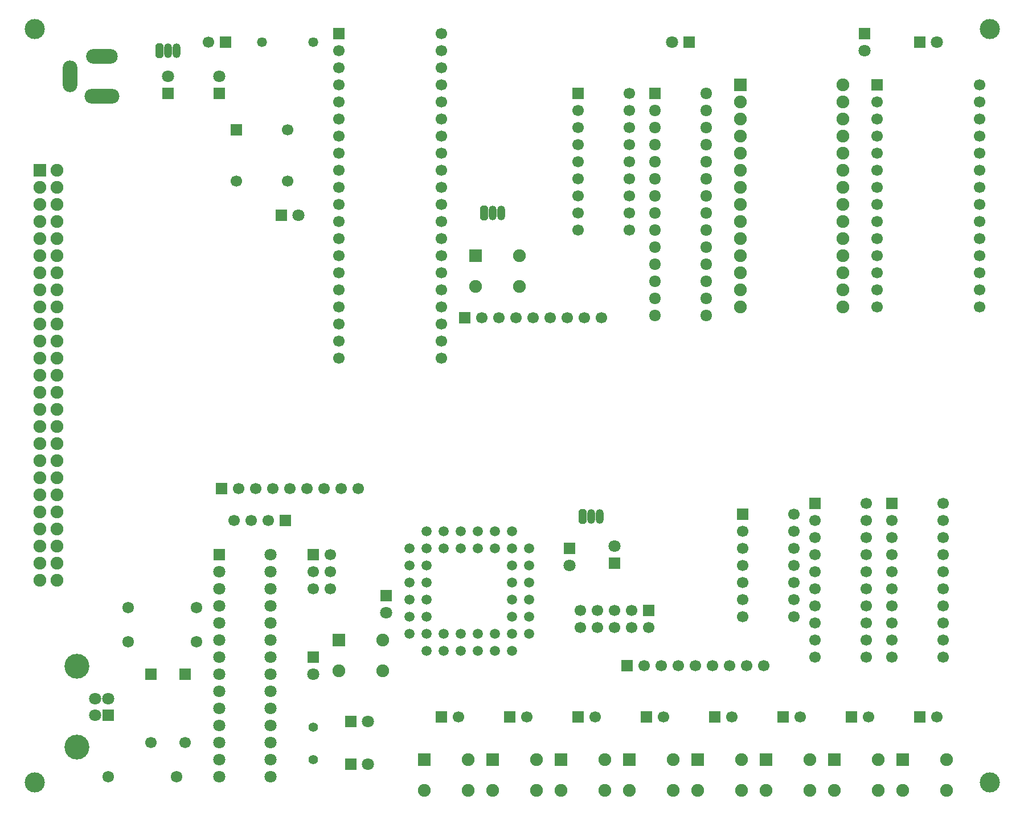
<source format=gbr>
G04 DipTrace 3.2.0.1*
G04 BottomMask.gbr*
%MOMM*%
G04 #@! TF.FileFunction,Soldermask,Bot*
G04 #@! TF.Part,Single*
%AMOUTLINE1*
4,1,8,
-0.6,-0.79142,
-0.29142,-1.1,
0.29142,-1.1,
0.6,-0.79142,
0.6,0.79142,
0.29142,1.1,
-0.29142,1.1,
-0.6,0.79142,
-0.6,-0.79142,
0*%
%ADD26R,1.7X1.7*%
%ADD27C,1.7*%
%ADD28C,1.5*%
%ADD38C,3.0*%
%ADD53C,1.4192*%
%ADD55O,1.8X1.7*%
%ADD57O,1.2X2.2*%
%ADD59C,1.724*%
%ADD61C,1.724*%
%ADD63C,1.47*%
%ADD65C,1.47*%
%ADD67C,1.7*%
%ADD68C,1.9*%
%ADD69R,1.9X1.9*%
%ADD70C,3.7*%
%ADD72C,1.8*%
%ADD74O,2.2X4.7*%
%ADD76O,5.2X2.2*%
%ADD78O,4.7X2.2*%
%ADD82C,1.8*%
%ADD84R,1.8X1.8*%
%ADD91OUTLINE1*%
%FSLAX35Y35*%
G04*
G71*
G90*
G75*
G01*
G04 BotMask*
%LPD*%
D84*
X3359000Y11668000D3*
D82*
Y11922000D3*
D84*
X4121000Y11668000D3*
D82*
Y11922000D3*
D84*
X9994750Y4683000D3*
D82*
Y4937000D3*
X5295750Y9858250D3*
D84*
X5041750D3*
D82*
X14789000Y12430000D3*
D84*
X14535000D3*
D82*
X13709500Y12303000D3*
D84*
Y12557000D3*
D82*
X10852000Y12430000D3*
D84*
X11106000D3*
D82*
X5518000Y3032000D3*
D84*
Y3286000D3*
D82*
X9328000Y4651250D3*
D84*
Y4905250D3*
D82*
X6597500Y3952750D3*
D84*
Y4206750D3*
D82*
X6326000Y2332000D3*
D84*
X6072000D3*
D82*
X6326000Y1697000D3*
D84*
X6072000D3*
D27*
X7677000Y2397000D3*
D26*
X7423000D3*
D27*
X8693000D3*
D26*
X8439000D3*
D27*
X9709000D3*
D26*
X9455000D3*
D27*
X10725000D3*
D26*
X10471000D3*
D27*
X11741000D3*
D26*
X11487000D3*
D27*
X12757000D3*
D26*
X12503000D3*
D27*
X13773000D3*
D26*
X13519000D3*
D27*
X14789000D3*
D26*
X14535000D3*
D27*
X3962250Y12430000D3*
D26*
X4216250D3*
X3613000Y3032000D3*
D27*
Y2022000D3*
D26*
X3105000Y3032000D3*
D27*
Y2022000D3*
D38*
X1373000Y12626000D3*
X15573000D3*
X1373000Y1426000D3*
X15573000D3*
D26*
X10502750Y3984500D3*
D27*
Y3730500D3*
X10248750Y3984500D3*
Y3730500D3*
X9994750Y3984500D3*
Y3730500D3*
X9740750Y3984500D3*
Y3730500D3*
X9486750Y3984500D3*
Y3730500D3*
D78*
X2373000Y12226000D3*
D76*
Y11626000D3*
D74*
X1903000Y11926000D3*
D26*
X5105250Y5318000D3*
D27*
X4851250D3*
X4597250D3*
X4343250D3*
D26*
X5518000Y4810000D3*
D27*
X5772000D3*
X5518000Y4556000D3*
X5772000D3*
X5518000Y4302000D3*
X5772000D3*
D84*
X2473000Y2426000D3*
D72*
Y2676000D3*
X2273000D3*
Y2426000D3*
D70*
X2002000Y3153000D3*
Y1949000D3*
D69*
X1454000Y10525000D3*
D68*
X1708000D3*
X1454000Y10271000D3*
X1708000D3*
X1454000Y10017000D3*
X1708000D3*
X1454000Y9763000D3*
X1708000D3*
X1454000Y9509000D3*
X1708000D3*
X1454000Y9255000D3*
X1708000D3*
X1454000Y9001000D3*
X1708000D3*
X1454000Y8747000D3*
X1708000D3*
X1454000Y8493000D3*
X1708000D3*
X1454000Y8239000D3*
X1708000D3*
X1454000Y7985000D3*
X1708000D3*
X1454000Y7731000D3*
X1708000D3*
X1454000Y7477000D3*
X1708000D3*
X1454000Y7223000D3*
X1708000D3*
X1454000Y6969000D3*
X1708000D3*
X1454000Y6715000D3*
X1708000D3*
X1454000Y6461000D3*
X1708000D3*
X1454000Y6207000D3*
X1708000D3*
X1454000Y5953000D3*
X1708000D3*
X1454000Y5699000D3*
X1708000D3*
X1454000Y5445000D3*
X1708000D3*
X1454000Y5191000D3*
X1708000D3*
X1454000Y4937000D3*
X1708000D3*
X1454000Y4683000D3*
X1708000D3*
X1454000Y4429000D3*
X1708000D3*
D26*
X7772250Y8334250D3*
D67*
X8026250D3*
X8280250D3*
X8534250D3*
X8788250D3*
X9042250D3*
X9296250D3*
X9550250D3*
X9804250D3*
D26*
X10185250Y3159000D3*
D67*
X10439250D3*
X10693250D3*
X10947250D3*
X11201250D3*
X11455250D3*
X11709250D3*
X11963250D3*
X12217250D3*
D65*
X4756000Y12430000D3*
D63*
X5518000D3*
D26*
X4152750Y5794250D3*
D67*
X4406750D3*
X4660750D3*
X4914750D3*
X5168750D3*
X5422750D3*
X5676750D3*
X5930750D3*
X6184750D3*
D61*
X2470000Y1508000D3*
D59*
X3486000D3*
D61*
X3780000Y4027000D3*
D59*
X2764000D3*
D61*
X3780000Y3519000D3*
D59*
X2764000D3*
D69*
X7931000Y9255000D3*
D68*
Y8805000D3*
X8581000D3*
Y9255000D3*
D69*
X7169000Y1762000D3*
D68*
Y1312000D3*
X7819000D3*
Y1762000D3*
D69*
X8185000D3*
D68*
Y1312000D3*
X8835000D3*
Y1762000D3*
D69*
X9201000D3*
D68*
Y1312000D3*
X9851000D3*
Y1762000D3*
D69*
X10217000D3*
D68*
Y1312000D3*
X10867000D3*
Y1762000D3*
D69*
X11233000D3*
D68*
Y1312000D3*
X11883000D3*
Y1762000D3*
D69*
X12249000D3*
D68*
Y1312000D3*
X12899000D3*
Y1762000D3*
D69*
X13265000D3*
D68*
Y1312000D3*
X13915000D3*
Y1762000D3*
D69*
X14281000D3*
D68*
Y1312000D3*
X14931000D3*
Y1762000D3*
D69*
X5899000Y3540000D3*
D68*
Y3090000D3*
X6549000D3*
Y3540000D3*
D26*
X5899000Y12557000D3*
D27*
Y12303000D3*
Y12049000D3*
Y11795000D3*
Y11541000D3*
Y11287000D3*
Y11033000D3*
Y10779000D3*
Y10525000D3*
Y10271000D3*
Y10017000D3*
Y9763000D3*
Y9509000D3*
Y9255000D3*
Y9001000D3*
Y8747000D3*
Y8493000D3*
Y8239000D3*
Y7985000D3*
Y7731000D3*
X7423000D3*
Y7985000D3*
Y8239000D3*
Y8493000D3*
Y8747000D3*
Y9001000D3*
Y9255000D3*
Y9509000D3*
Y9763000D3*
Y10017000D3*
Y10271000D3*
Y10525000D3*
Y10779000D3*
Y11033000D3*
Y11287000D3*
Y11541000D3*
Y11795000D3*
Y12049000D3*
Y12303000D3*
Y12557000D3*
D91*
X8058000Y9890000D3*
D57*
X8185000D3*
X8312000D3*
D26*
X11899750Y5413250D3*
D27*
Y5159250D3*
Y4905250D3*
Y4651250D3*
Y4397250D3*
Y4143250D3*
Y3889250D3*
X12661750D3*
Y4143250D3*
Y4397250D3*
Y4651250D3*
Y4905250D3*
Y5159250D3*
Y5413250D3*
D26*
X12979250Y5572000D3*
D27*
Y5318000D3*
Y5064000D3*
Y4810000D3*
Y4555997D3*
Y4301997D3*
Y4048000D3*
Y3793997D3*
Y3539997D3*
Y3286000D3*
X13741250Y5571997D3*
Y5317997D3*
Y5063997D3*
Y4810000D3*
Y4555997D3*
Y4301997D3*
Y4048000D3*
Y3793997D3*
Y3539997D3*
Y3286000D3*
D26*
X14122250Y5572000D3*
D27*
Y5318000D3*
Y5064000D3*
Y4810000D3*
Y4555997D3*
Y4301997D3*
Y4048000D3*
Y3793997D3*
Y3539997D3*
Y3286000D3*
X14884250Y5571997D3*
Y5317997D3*
Y5063997D3*
Y4810000D3*
Y4555997D3*
Y4301997D3*
Y4048000D3*
Y3793997D3*
Y3539997D3*
Y3286000D3*
D28*
X7200750Y4905250D3*
Y4651250D3*
Y4397250D3*
Y4143250D3*
Y3889250D3*
Y3635250D3*
X7454750D3*
X7708750D3*
X7962750D3*
X8216750D3*
X8470750D3*
Y3889250D3*
Y4143250D3*
Y4397250D3*
Y4651250D3*
Y4905250D3*
X8216750D3*
X7962750D3*
X7708750D3*
X7454750D3*
X6946750D3*
Y4651250D3*
Y4397250D3*
Y4143250D3*
Y3889250D3*
Y3635250D3*
X7200750Y3381250D3*
X7454750D3*
X7708750D3*
X7962750D3*
X8216750D3*
X8470750D3*
X8724750Y3635250D3*
Y3889250D3*
Y4143250D3*
Y4397250D3*
Y4651250D3*
Y4905250D3*
X7200750Y5159250D3*
X7454750D3*
X7708750D3*
X7962750D3*
X8216750D3*
X8470750D3*
D69*
X11868000Y11795000D3*
D68*
Y11541000D3*
Y11287000D3*
Y11033000D3*
Y10779000D3*
Y10525000D3*
Y10271000D3*
Y10017000D3*
Y9763000D3*
Y9509000D3*
Y9255000D3*
Y9001000D3*
Y8747000D3*
Y8493000D3*
X13388000D3*
Y8747000D3*
Y9001000D3*
Y9255000D3*
Y9509000D3*
Y9763000D3*
Y10017000D3*
Y10271000D3*
Y10525000D3*
Y10779000D3*
Y11033000D3*
Y11287000D3*
Y11541000D3*
Y11795000D3*
D26*
X13900000D3*
D27*
Y11541000D3*
Y11287000D3*
Y11033000D3*
Y10779000D3*
Y10525000D3*
Y10271000D3*
Y10017000D3*
Y9763000D3*
Y9509000D3*
Y9255000D3*
Y9001000D3*
Y8747000D3*
Y8493000D3*
X15424000D3*
Y8747000D3*
Y9001000D3*
Y9255000D3*
Y9509000D3*
Y9763000D3*
Y10017000D3*
Y10271000D3*
Y10525000D3*
Y10779000D3*
Y11033000D3*
Y11287000D3*
Y11541000D3*
Y11795000D3*
D91*
X3232000Y12303000D3*
D57*
X3359000D3*
X3486000D3*
D91*
X9518500Y5381500D3*
D57*
X9645500D3*
X9772500D3*
D26*
X10598000Y11668000D3*
D55*
Y11414000D3*
Y11160000D3*
Y10906000D3*
Y10652000D3*
Y10398000D3*
Y10144000D3*
Y9890000D3*
Y9636000D3*
Y9382000D3*
Y9128000D3*
Y8874000D3*
Y8620000D3*
Y8366000D3*
X11360000D3*
Y8620000D3*
Y8874000D3*
Y9128000D3*
Y9382000D3*
Y9636000D3*
Y9890000D3*
Y10144000D3*
Y10398000D3*
Y10652000D3*
Y10906000D3*
Y11160000D3*
Y11414000D3*
Y11668000D3*
D84*
X4121000Y4810000D3*
D82*
Y4556000D3*
Y4302000D3*
Y4048000D3*
Y3794000D3*
Y3540000D3*
Y3286000D3*
Y3032000D3*
Y2778000D3*
Y2524000D3*
Y2270000D3*
Y2016000D3*
Y1762000D3*
Y1508000D3*
X4883000D3*
Y1762000D3*
Y2016000D3*
Y2270000D3*
Y2524000D3*
Y2778000D3*
Y3032000D3*
Y3286000D3*
Y3540000D3*
Y3794000D3*
Y4048000D3*
Y4302000D3*
Y4556000D3*
Y4810000D3*
D26*
X9455000Y11668000D3*
D27*
Y11414000D3*
Y11160000D3*
Y10906000D3*
Y10652000D3*
Y10398000D3*
Y10144000D3*
Y9890000D3*
Y9636000D3*
X10217000D3*
Y9890000D3*
Y10144000D3*
Y10398000D3*
Y10652000D3*
Y10906000D3*
Y11160000D3*
Y11414000D3*
Y11668000D3*
D26*
X4375000Y11128250D3*
D27*
Y10366250D3*
X5137000D3*
Y11128250D3*
D53*
X5518000Y1762000D3*
Y2244600D3*
M02*

</source>
